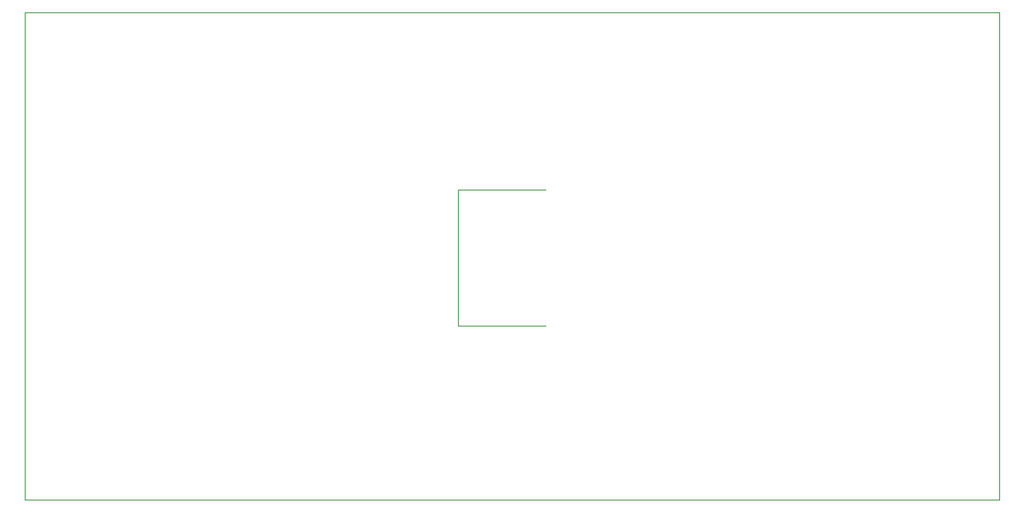
<source format=gbr>
%TF.GenerationSoftware,KiCad,Pcbnew,7.0.11-2.fc38*%
%TF.CreationDate,2024-03-25T20:43:53+00:00*%
%TF.ProjectId,music-box,6d757369-632d-4626-9f78-2e6b69636164,rev?*%
%TF.SameCoordinates,Original*%
%TF.FileFunction,Profile,NP*%
%FSLAX46Y46*%
G04 Gerber Fmt 4.6, Leading zero omitted, Abs format (unit mm)*
G04 Created by KiCad (PCBNEW 7.0.11-2.fc38) date 2024-03-25 20:43:53*
%MOMM*%
%LPD*%
G01*
G04 APERTURE LIST*
%TA.AperFunction,Profile*%
%ADD10C,0.100000*%
%TD*%
%TA.AperFunction,Profile*%
%ADD11C,0.010000*%
%TD*%
G04 APERTURE END LIST*
D10*
X100000000Y-100000000D02*
X200000000Y-100000000D01*
X200000000Y-150000000D01*
X100000000Y-150000000D01*
X100000000Y-100000000D01*
D11*
%TO.C,U2*%
X144450000Y-132157500D02*
X144450000Y-118157500D01*
X153450000Y-132157500D02*
X144450000Y-132157500D01*
X144450000Y-118157500D02*
X153450000Y-118157500D01*
%TD*%
M02*

</source>
